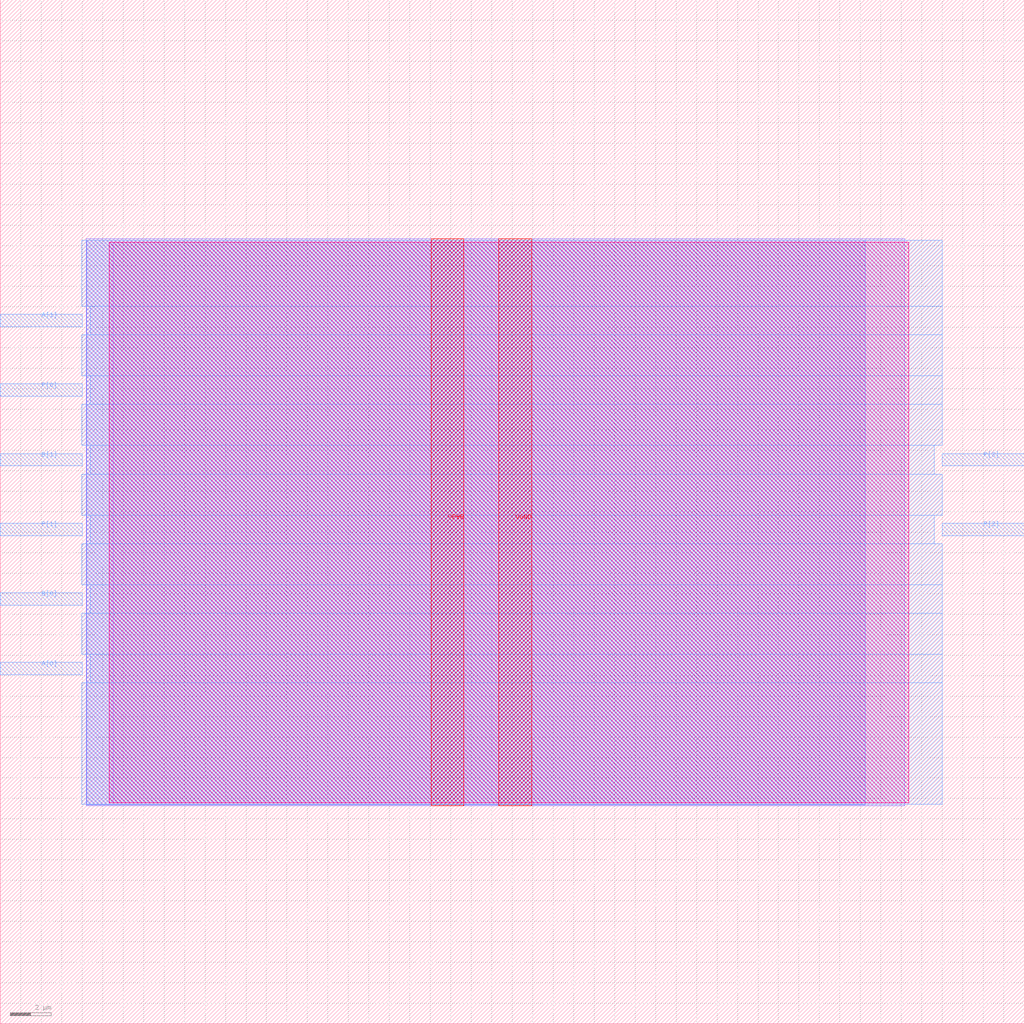
<source format=lef>
VERSION 5.7 ;
  NOWIREEXTENSIONATPIN ON ;
  DIVIDERCHAR "/" ;
  BUSBITCHARS "[]" ;
MACRO SarsanStepsNada_e8
  CLASS BLOCK ;
  FOREIGN SarsanStepsNada_e8 ;
  ORIGIN 0.000 0.000 ;
  SIZE 50.000 BY 50.000 ;
  PIN A[0]
    DIRECTION INPUT ;
    USE SIGNAL ;
    ANTENNAGATEAREA 0.196500 ;
    PORT
      LAYER met3 ;
        RECT 0.000 17.040 4.000 17.640 ;
    END
  END A[0]
  PIN A[1]
    DIRECTION INPUT ;
    USE SIGNAL ;
    ANTENNAGATEAREA 0.196500 ;
    PORT
      LAYER met3 ;
        RECT 0.000 34.040 4.000 34.640 ;
    END
  END A[1]
  PIN B[0]
    DIRECTION INPUT ;
    USE SIGNAL ;
    ANTENNAGATEAREA 0.196500 ;
    PORT
      LAYER met3 ;
        RECT 0.000 20.440 4.000 21.040 ;
    END
  END B[0]
  PIN B[1]
    DIRECTION INPUT ;
    USE SIGNAL ;
    ANTENNAGATEAREA 0.196500 ;
    PORT
      LAYER met3 ;
        RECT 0.000 27.240 4.000 27.840 ;
    END
  END B[1]
  PIN P[0]
    DIRECTION OUTPUT ;
    USE SIGNAL ;
    ANTENNADIFFAREA 0.445500 ;
    PORT
      LAYER met3 ;
        RECT 0.000 30.640 4.000 31.240 ;
    END
  END P[0]
  PIN P[1]
    DIRECTION OUTPUT ;
    USE SIGNAL ;
    ANTENNADIFFAREA 0.445500 ;
    PORT
      LAYER met3 ;
        RECT 0.000 23.840 4.000 24.440 ;
    END
  END P[1]
  PIN P[2]
    DIRECTION OUTPUT ;
    USE SIGNAL ;
    ANTENNADIFFAREA 0.445500 ;
    PORT
      LAYER met3 ;
        RECT 46.000 23.840 50.000 24.440 ;
    END
  END P[2]
  PIN P[3]
    DIRECTION OUTPUT ;
    USE SIGNAL ;
    ANTENNADIFFAREA 0.445500 ;
    PORT
      LAYER met3 ;
        RECT 46.000 27.240 50.000 27.840 ;
    END
  END P[3]
  PIN VGND
    DIRECTION INOUT ;
    USE GROUND ;
    PORT
      LAYER met4 ;
        RECT 24.340 10.640 25.940 38.320 ;
    END
  END VGND
  PIN VPWR
    DIRECTION INOUT ;
    USE POWER ;
    PORT
      LAYER met4 ;
        RECT 21.040 10.640 22.640 38.320 ;
    END
  END VPWR
  OBS
      LAYER nwell ;
        RECT 5.330 10.795 44.350 38.165 ;
      LAYER li1 ;
        RECT 5.520 10.795 44.160 38.165 ;
      LAYER met1 ;
        RECT 4.210 10.640 44.160 38.320 ;
      LAYER met2 ;
        RECT 4.230 10.695 42.230 38.265 ;
      LAYER met3 ;
        RECT 3.990 35.040 46.000 38.245 ;
        RECT 4.400 33.640 46.000 35.040 ;
        RECT 3.990 31.640 46.000 33.640 ;
        RECT 4.400 30.240 46.000 31.640 ;
        RECT 3.990 28.240 46.000 30.240 ;
        RECT 4.400 26.840 45.600 28.240 ;
        RECT 3.990 24.840 46.000 26.840 ;
        RECT 4.400 23.440 45.600 24.840 ;
        RECT 3.990 21.440 46.000 23.440 ;
        RECT 4.400 20.040 46.000 21.440 ;
        RECT 3.990 18.040 46.000 20.040 ;
        RECT 4.400 16.640 46.000 18.040 ;
        RECT 3.990 10.715 46.000 16.640 ;
  END
END SarsanStepsNada_e8
END LIBRARY


</source>
